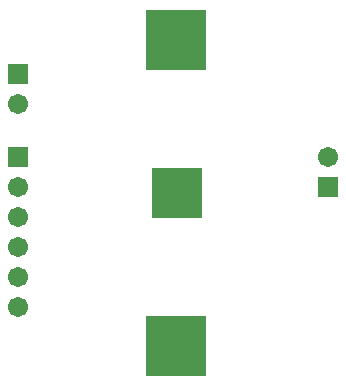
<source format=gts>
%FSLAX25Y25*%
%MOIN*%
G70*
G01*
G75*
G04 Layer_Color=8388736*
%ADD10R,0.19685X0.19685*%
%ADD11R,0.15748X0.15748*%
%ADD12C,0.00787*%
%ADD13R,0.05906X0.05906*%
%ADD14C,0.05906*%
%ADD15C,0.01181*%
%ADD16R,0.20485X0.20485*%
%ADD17R,0.16548X0.16548*%
%ADD18R,0.06706X0.06706*%
%ADD19C,0.06706*%
D16*
X14173Y266535D02*
D03*
Y368504D02*
D03*
D17*
X14567Y317520D02*
D03*
D18*
X-38386Y357284D02*
D03*
X-38386Y329724D02*
D03*
X64961Y319724D02*
D03*
D19*
X-38386Y347284D02*
D03*
X-38386Y319724D02*
D03*
Y309724D02*
D03*
Y299724D02*
D03*
Y289724D02*
D03*
Y279724D02*
D03*
X64961Y329724D02*
D03*
M02*

</source>
